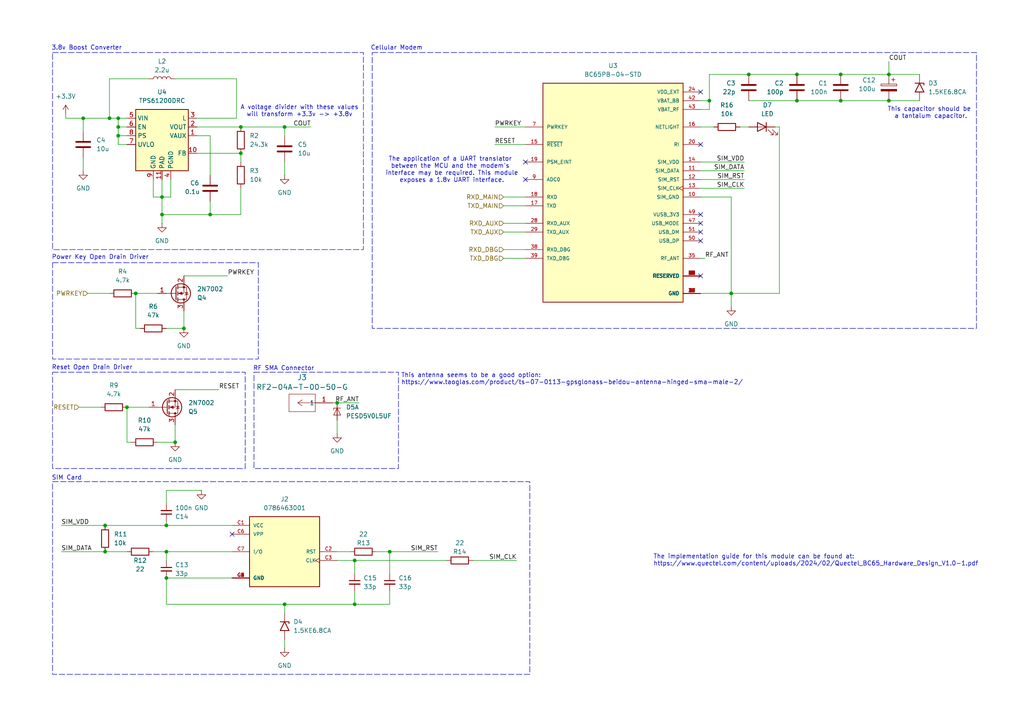
<source format=kicad_sch>
(kicad_sch (version 20250114) (generator "eeschema") (generator_version "9.0")
  (paper "A4")
  (lib_symbols
    (symbol "0786463001:0786463001" (pin_names (offset 1.016))
      (property "Reference" "J" (at -10.16 10.922 0))
      (property "Value" "0786463001" (at -10.16 -12.7 0))
      (symbol "0786463001_0_0"
        (rectangle (start -10.16 -10.16) (end 10.16 10.16) (stroke (width 0.254)) (fill (type background)))
        (pin input line (at -15.24 0 0) (length 5.08) (name "RST") (number "C2"))
        (pin input clock (at -15.24 -2.54 0) (length 5.08) (name "CLK") (number "C3"))
        (pin power_in line (at 15.24 7.62 180) (length 5.08) (name "VCC") (number "C1"))
        (pin power_in line (at 15.24 5.08 180) (length 5.08) (name "VPP") (number "C6"))
        (pin bidirectional line (at 15.24 0 180) (length 5.08) (name "I/O") (number "C7"))
        (pin power_in line (at 15.24 -7.62 180) (length 5.08) (name "GND") (number "C5"))
        (pin power_in line (at 15.24 -7.62 180) (length 5.08) (name "GND") (number "G1"))
        (pin power_in line (at 15.24 -7.62 180) (length 5.08) (name "GND") (number "G2"))
        (pin power_in line (at 15.24 -7.62 180) (length 5.08) (name "GND") (number "G3"))
        (pin power_in line (at 15.24 -7.62 180) (length 5.08) (name "GND") (number "G4"))
        (pin power_in line (at 15.24 -7.62 180) (length 5.08) (name "GND") (number "G5"))
        (pin power_in line (at 15.24 -7.62 180) (length 5.08) (name "GND") (number "G6"))
      )
    )
    (symbol "BC65PB-04-STD:BC65PB-04-STD" (pin_names (offset 1.016))
      (property "Reference" "U" (at -20.32 31.496 0))
      (property "Value" "BC65PB-04-STD" (at -20.32 -35.56 0))
      (symbol "BC65PB-04-STD_0_0"
        (rectangle (start -20.32 -33.02) (end 20.32 30.48) (stroke (width 0.254)) (fill (type background)))
        (pin input line (at -25.4 17.78 0) (length 5.08) (name "PWRKEY") (number "7"))
        (pin input line (at -25.4 12.7 0) (length 5.08) (name "~{RESET}") (number "15"))
        (pin input line (at -25.4 7.62 0) (length 5.08) (name "PSM_EINT") (number "19"))
        (pin input line (at -25.4 2.54 0) (length 5.08) (name "ADC0") (number "9"))
        (pin input line (at -25.4 -2.54 0) (length 5.08) (name "RXD") (number "18"))
        (pin output line (at -25.4 -5.08 0) (length 5.08) (name "TXD") (number "17"))
        (pin input line (at -25.4 -10.16 0) (length 5.08) (name "RXD_AUX") (number "28"))
        (pin output line (at -25.4 -12.7 0) (length 5.08) (name "TXD_AUX") (number "29"))
        (pin input line (at -25.4 -17.78 0) (length 5.08) (name "RXD_DBG") (number "38"))
        (pin output line (at -25.4 -20.32 0) (length 5.08) (name "TXD_DBG") (number "39"))
        (pin power_in line (at 25.4 27.94 180) (length 5.08) (name "VDD_EXT") (number "24"))
        (pin power_in line (at 25.4 25.4 180) (length 5.08) (name "VBAT_BB") (number "42"))
        (pin power_in line (at 25.4 22.86 180) (length 5.08) (name "VBAT_RF") (number "43"))
        (pin output line (at 25.4 17.78 180) (length 5.08) (name "NETLIGHT") (number "16"))
        (pin output line (at 25.4 12.7 180) (length 5.08) (name "RI") (number "20"))
        (pin power_in line (at 25.4 7.62 180) (length 5.08) (name "SIM_VDD") (number "14"))
        (pin bidirectional line (at 25.4 5.08 180) (length 5.08) (name "SIM_DATA") (number "11"))
        (pin output line (at 25.4 2.54 180) (length 5.08) (name "SIM_RST") (number "12"))
        (pin output clock (at 25.4 0 180) (length 5.08) (name "SIM_CLK") (number "13"))
        (pin power_in line (at 25.4 -2.54 180) (length 5.08) (name "SIM_GND") (number "10"))
        (pin power_in line (at 25.4 -7.62 180) (length 5.08) (name "VUSB_3V3") (number "49"))
        (pin input line (at 25.4 -10.16 180) (length 5.08) (name "USB_MODE") (number "47"))
        (pin bidirectional line (at 25.4 -12.7 180) (length 5.08) (name "USB_DM") (number "51"))
        (pin bidirectional line (at 25.4 -15.24 180) (length 5.08) (name "USB_DP") (number "50"))
        (pin bidirectional line (at 25.4 -20.32 180) (length 5.08) (name "RF_ANT") (number "35"))
        (pin bidirectional line (at 25.4 -25.4 180) (length 5.08) (name "RESERVED") (number "2"))
        (pin bidirectional line (at 25.4 -25.4 180) (length 5.08) (name "RESERVED") (number "21"))
        (pin bidirectional line (at 25.4 -25.4 180) (length 5.08) (name "RESERVED") (number "22"))
        (pin bidirectional line (at 25.4 -25.4 180) (length 5.08) (name "RESERVED") (number "23"))
        (pin bidirectional line (at 25.4 -25.4 180) (length 5.08) (name "RESERVED") (number "25"))
        (pin bidirectional line (at 25.4 -25.4 180) (length 5.08) (name "RESERVED") (number "26"))
        (pin bidirectional line (at 25.4 -25.4 180) (length 5.08) (name "RESERVED") (number "3"))
        (pin bidirectional line (at 25.4 -25.4 180) (length 5.08) (name "RESERVED") (number "30"))
        (pin bidirectional line (at 25.4 -25.4 180) (length 5.08) (name "RESERVED") (number "31"))
        (pin bidirectional line (at 25.4 -25.4 180) (length 5.08) (name "RESERVED") (number "32"))
        (pin bidirectional line (at 25.4 -25.4 180) (length 5.08) (name "RESERVED") (number "33"))
        (pin bidirectional line (at 25.4 -25.4 180) (length 5.08) (name "RESERVED") (number "4"))
        (pin bidirectional line (at 25.4 -25.4 180) (length 5.08) (name "RESERVED") (number "44"))
        (pin bidirectional line (at 25.4 -25.4 180) (length 5.08) (name "RESERVED") (number "45"))
        (pin bidirectional line (at 25.4 -25.4 180) (length 5.08) (name "RESERVED") (number "46"))
        (pin bidirectional line (at 25.4 -25.4 180) (length 5.08) (name "RESERVED") (number "48"))
        (pin bidirectional line (at 25.4 -25.4 180) (length 5.08) (name "RESERVED") (number "5"))
        (pin bidirectional line (at 25.4 -25.4 180) (length 5.08) (name "RESERVED") (number "52"))
        (pin bidirectional line (at 25.4 -25.4 180) (length 5.08) (name "RESERVED") (number "53"))
        (pin bidirectional line (at 25.4 -25.4 180) (length 5.08) (name "RESERVED") (number "54"))
        (pin bidirectional line (at 25.4 -25.4 180) (length 5.08) (name "RESERVED") (number "55"))
        (pin bidirectional line (at 25.4 -25.4 180) (length 5.08) (name "RESERVED") (number "56"))
        (pin bidirectional line (at 25.4 -25.4 180) (length 5.08) (name "RESERVED") (number "57"))
        (pin bidirectional line (at 25.4 -25.4 180) (length 5.08) (name "RESERVED") (number "58"))
        (pin bidirectional line (at 25.4 -25.4 180) (length 5.08) (name "RESERVED") (number "6"))
        (pin bidirectional line (at 25.4 -25.4 180) (length 5.08) (name "RESERVED") (number "8"))
        (pin power_in line (at 25.4 -30.48 180) (length 5.08) (name "GND") (number "1"))
        (pin power_in line (at 25.4 -30.48 180) (length 5.08) (name "GND") (number "27"))
        (pin power_in line (at 25.4 -30.48 180) (length 5.08) (name "GND") (number "34"))
        (pin power_in line (at 25.4 -30.48 180) (length 5.08) (name "GND") (number "36"))
        (pin power_in line (at 25.4 -30.48 180) (length 5.08) (name "GND") (number "37"))
        (pin power_in line (at 25.4 -30.48 180) (length 5.08) (name "GND") (number "40"))
        (pin power_in line (at 25.4 -30.48 180) (length 5.08) (name "GND") (number "41"))
      )
    )
    (symbol "Device:C" (pin_numbers (hide yes)) (pin_names (offset 0.254))
      (property "Reference" "C" (at 0.635 2.54 0))
      (property "Value" "C" (at 0.635 -2.54 0))
      (symbol "C_0_1"
        (polyline (pts (xy -2.032 0.762) (xy 2.032 0.762)) (stroke (width 0.508)))
        (polyline (pts (xy -2.032 -0.762) (xy 2.032 -0.762)) (stroke (width 0.508)))
      )
      (symbol "C_1_1"
        (pin passive line (at 0 3.81 270) (length 2.794) (name "~") (number "1"))
        (pin passive line (at 0 -3.81 90) (length 2.794) (name "~") (number "2"))
      )
    )
    (symbol "Device:C_Polarized" (pin_numbers (hide yes)) (pin_names (offset 0.254))
      (property "Reference" "C" (at 0.635 2.54 0))
      (property "Value" "C_Polarized" (at 0.635 -2.54 0))
      (symbol "C_Polarized_0_1"
        (rectangle (start -2.286 0.508) (end 2.286 1.016))
        (polyline (pts (xy -1.778 2.286) (xy -0.762 2.286)))
        (polyline (pts (xy -1.27 2.794) (xy -1.27 1.778)))
        (rectangle (start 2.286 -0.508) (end -2.286 -1.016) (fill (type outline)))
      )
      (symbol "C_Polarized_1_1"
        (pin passive line (at 0 3.81 270) (length 2.794) (name "~") (number "1"))
        (pin passive line (at 0 -3.81 90) (length 2.794) (name "~") (number "2"))
      )
    )
    (symbol "Device:C_Small" (pin_numbers (hide yes)) (pin_names (offset 0.254) (hide yes))
      (property "Reference" "C" (at 0.254 1.778 0))
      (property "Value" "C_Small" (at 0.254 -2.032 0))
      (symbol "C_Small_0_1"
        (polyline (pts (xy -1.524 0.508) (xy 1.524 0.508)) (stroke (width 0.3048)))
        (polyline (pts (xy -1.524 -0.508) (xy 1.524 -0.508)) (stroke (width 0.3302)))
      )
      (symbol "C_Small_1_1"
        (pin passive line (at 0 2.54 270) (length 2.032) (name "~") (number "1"))
        (pin passive line (at 0 -2.54 90) (length 2.032) (name "~") (number "2"))
      )
    )
    (symbol "Device:L" (pin_numbers (hide yes)) (pin_names (offset 1.016) (hide yes))
      (property "Reference" "L" (at -1.27 0 90))
      (property "Value" "L" (at 1.905 0 90))
      (symbol "L_0_1"
        (arc (start 0 2.54) (mid 0.6323 1.905) (end 0 1.27))
        (arc (start 0 1.27) (mid 0.6323 0.635) (end 0 0))
        (arc (start 0 0) (mid 0.6323 -0.635) (end 0 -1.27))
        (arc (start 0 -1.27) (mid 0.6323 -1.905) (end 0 -2.54))
      )
      (symbol "L_1_1"
        (pin passive line (at 0 3.81 270) (length 1.27) (name "1") (number "1"))
        (pin passive line (at 0 -3.81 90) (length 1.27) (name "2") (number "2"))
      )
    )
    (symbol "Device:LED" (pin_numbers (hide yes)) (pin_names (offset 1.016) (hide yes))
      (property "Reference" "D" (at 0 2.54 0))
      (property "Value" "LED" (at 0 -2.54 0))
      (symbol "LED_0_1"
        (polyline (pts (xy -3.048 -0.762) (xy -4.572 -2.286) (xy -3.81 -2.286) (xy -4.572 -2.286) (xy -4.572 -1.524)))
        (polyline (pts (xy -1.778 -0.762) (xy -3.302 -2.286) (xy -2.54 -2.286) (xy -3.302 -2.286) (xy -3.302 -1.524)))
        (polyline (pts (xy -1.27 0) (xy 1.27 0)))
        (polyline (pts (xy -1.27 -1.27) (xy -1.27 1.27)) (stroke (width 0.254)))
        (polyline (pts (xy 1.27 -1.27) (xy 1.27 1.27) (xy -1.27 0) (xy 1.27 -1.27)) (stroke (width 0.254)))
      )
      (symbol "LED_1_1"
        (pin passive line (at -3.81 0 0) (length 2.54) (name "K") (number "1"))
        (pin passive line (at 3.81 0 180) (length 2.54) (name "A") (number "2"))
      )
    )
    (symbol "Device:R" (pin_numbers (hide yes)) (pin_names (offset 0))
      (property "Reference" "R" (at 2.032 0 90))
      (property "Value" "R" (at 0 0 90))
      (symbol "R_0_1"
        (rectangle (start -1.016 -2.54) (end 1.016 2.54) (stroke (width 0.254)))
      )
      (symbol "R_1_1"
        (pin passive line (at 0 3.81 270) (length 1.27) (name "~") (number "1"))
        (pin passive line (at 0 -3.81 90) (length 1.27) (name "~") (number "2"))
      )
    )
    (symbol "Diode:1.5KExxA" (pin_numbers (hide yes)) (pin_names (offset 1.016) (hide yes))
      (property "Reference" "D" (at 0 2.54 0))
      (property "Value" "1.5KExxA" (at 0 -2.54 0))
      (symbol "1.5KExxA_0_1"
        (polyline (pts (xy -0.762 1.27) (xy -1.27 1.27) (xy -1.27 -1.27)) (stroke (width 0.254)))
        (polyline (pts (xy 1.27 1.27) (xy 1.27 -1.27) (xy -1.27 0) (xy 1.27 1.27)) (stroke (width 0.254)))
      )
      (symbol "1.5KExxA_1_1"
        (pin passive line (at -3.81 0 0) (length 2.54) (name "A1") (number "1"))
        (pin passive line (at 3.81 0 180) (length 2.54) (name "A2") (number "2"))
      )
    )
    (symbol "Power_Protection:PESD5V0L5UF" (pin_numbers (hide yes)) (pin_names (hide yes))
      (property "Reference" "D" (at 0 2.54 0))
      (property "Value" "PESD5V0L5UF" (at 0 -2.54 0))
      (symbol "PESD5V0L5UF_0_1"
        (polyline (pts (xy -1.016 1.016) (xy -1.016 -1.016) (xy -0.508 -1.016)))
        (polyline (pts (xy -1.016 0) (xy 1.016 0)))
        (polyline (pts (xy 1.016 1.016) (xy -1.016 0) (xy 1.016 -1.016) (xy 1.016 1.016)))
      )
      (symbol "PESD5V0L5UF_1_1"
        (pin passive line (at -2.54 0 0) (length 2.54) (name "K1") (number "1"))
        (pin passive line (at 2.54 0 180) (length 2.54) (name "A") (number "2"))
      )
      (symbol "PESD5V0L5UF_2_1"
        (pin passive line (at -2.54 0 0) (length 2.54) (name "K2") (number "3"))
      )
      (symbol "PESD5V0L5UF_3_1"
        (pin passive line (at -2.54 0 0) (length 2.54) (name "K3") (number "4"))
      )
      (symbol "PESD5V0L5UF_4_1"
        (pin passive line (at -2.54 0 0) (length 2.54) (name "K4") (number "5"))
      )
      (symbol "PESD5V0L5UF_5_1"
        (pin passive line (at -2.54 0 0) (length 2.54) (name "K5") (number "6"))
      )
    )
    (symbol "RF2-04A-T-00-50-G:RF2-04A-T-00-50-G" (pin_names (offset 0.254))
      (property "Reference" "J" (at 8.89 6.35 0))
      (property "Value" "RF2-04A-T-00-50-G" (at 0 0 0))
      (symbol "RF2-04A-T-00-50-G_1_1"
        (polyline (pts (xy 5.08 2.54) (xy 5.08 -2.54)) (stroke (width 0.127)))
        (polyline (pts (xy 5.08 -2.54) (xy 12.7 -2.54)) (stroke (width 0.127)))
        (polyline (pts (xy 10.16 0) (xy 5.08 0)) (stroke (width 0.127)))
        (polyline (pts (xy 10.16 0) (xy 8.89 0.8467)) (stroke (width 0.127)))
        (polyline (pts (xy 10.16 0) (xy 8.89 -0.8467)) (stroke (width 0.127)))
        (polyline (pts (xy 12.7 2.54) (xy 5.08 2.54)) (stroke (width 0.127)))
        (polyline (pts (xy 12.7 -2.54) (xy 12.7 2.54)) (stroke (width 0.127)))
        (pin unspecified line (at 0 0 0) (length 5.08) (name "1") (number "1"))
      )
      (symbol "RF2-04A-T-00-50-G_1_2"
        (polyline (pts (xy 5.08 2.54) (xy 5.08 -2.54)) (stroke (width 0.127)))
        (polyline (pts (xy 5.08 -2.54) (xy 12.7 -2.54)) (stroke (width 0.127)))
        (polyline (pts (xy 7.62 0) (xy 5.08 0)) (stroke (width 0.127)))
        (polyline (pts (xy 7.62 0) (xy 8.89 0.8467)) (stroke (width 0.127)))
        (polyline (pts (xy 7.62 0) (xy 8.89 -0.8467)) (stroke (width 0.127)))
        (polyline (pts (xy 12.7 2.54) (xy 5.08 2.54)) (stroke (width 0.127)))
        (polyline (pts (xy 12.7 -2.54) (xy 12.7 2.54)) (stroke (width 0.127)))
        (pin unspecified line (at 0 0 0) (length 5.08) (name "1") (number "1"))
      )
    )
    (symbol "Regulator_Switching:TPS61200DRC"
      (property "Reference" "U" (at -10.16 8.89 0))
      (property "Value" "TPS61200DRC" (at -2.54 8.89 0))
      (symbol "TPS61200DRC_0_1"
        (rectangle (start -7.62 7.62) (end 7.62 -10.16) (stroke (width 0.254)) (fill (type background)))
      )
      (symbol "TPS61200DRC_1_1"
        (pin power_in line (at -10.16 5.08 0) (length 2.54) (name "VIN") (number "5"))
        (pin input line (at -10.16 2.54 0) (length 2.54) (name "EN") (number "6"))
        (pin input line (at -10.16 0 0) (length 2.54) (name "PS") (number "8"))
        (pin input line (at -10.16 -2.54 0) (length 2.54) (name "UVLO") (number "7"))
        (pin power_in line (at -2.54 -12.7 90) (length 2.54) (name "GND") (number "9"))
        (pin power_in line (at 0 -12.7 90) (length 2.54) (name "PAD") (number "11"))
        (pin power_in line (at 2.54 -12.7 90) (length 2.54) (name "PGND") (number "4"))
        (pin input line (at 10.16 5.08 180) (length 2.54) (name "L") (number "3"))
        (pin power_out line (at 10.16 2.54 180) (length 2.54) (name "VOUT") (number "2"))
        (pin bidirectional line (at 10.16 0 180) (length 2.54) (name "VAUX") (number "1"))
        (pin input line (at 10.16 -5.08 180) (length 2.54) (name "FB") (number "10"))
      )
    )
    (symbol "Transistor_FET:2N7002" (pin_names (hide yes))
      (property "Reference" "Q" (at 5.08 1.905 0))
      (property "Value" "2N7002" (at 5.08 0 0))
      (symbol "2N7002_0_1"
        (polyline (pts (xy 0.254 1.905) (xy 0.254 -1.905)) (stroke (width 0.254)))
        (polyline (pts (xy 0.254 0) (xy -2.54 0)))
        (polyline (pts (xy 0.762 2.286) (xy 0.762 1.27)) (stroke (width 0.254)))
        (polyline (pts (xy 0.762 0.508) (xy 0.762 -0.508)) (stroke (width 0.254)))
        (polyline (pts (xy 0.762 -1.27) (xy 0.762 -2.286)) (stroke (width 0.254)))
        (polyline (pts (xy 0.762 -1.778) (xy 3.302 -1.778) (xy 3.302 1.778) (xy 0.762 1.778)))
        (polyline (pts (xy 1.016 0) (xy 2.032 0.381) (xy 2.032 -0.381) (xy 1.016 0)) (fill (type outline)))
        (circle (center 1.651 0) (radius 2.794) (stroke (width 0.254)))
        (polyline (pts (xy 2.54 2.54) (xy 2.54 1.778)))
        (circle (center 2.54 1.778) (radius 0.254) (fill (type outline)))
        (circle (center 2.54 -1.778) (radius 0.254) (fill (type outline)))
        (polyline (pts (xy 2.54 -2.54) (xy 2.54 0) (xy 0.762 0)))
        (polyline (pts (xy 2.794 0.508) (xy 2.921 0.381) (xy 3.683 0.381) (xy 3.81 0.254)))
        (polyline (pts (xy 3.302 0.381) (xy 2.921 -0.254) (xy 3.683 -0.254) (xy 3.302 0.381)))
      )
      (symbol "2N7002_1_1"
        (pin input line (at -5.08 0 0) (length 2.54) (name "G") (number "1"))
        (pin passive line (at 2.54 5.08 270) (length 2.54) (name "D") (number "3"))
        (pin passive line (at 2.54 -5.08 90) (length 2.54) (name "S") (number "2"))
      )
    )
    (symbol "power:+3.3V" (power) (pin_numbers (hide yes)) (pin_names (offset 0) (hide yes))
      (property "Value" "+3.3V" (at 0 3.556 0))
      (symbol "+3.3V_0_1"
        (polyline (pts (xy -0.762 1.27) (xy 0 2.54)))
        (polyline (pts (xy 0 2.54) (xy 0.762 1.27)))
        (polyline (pts (xy 0 0) (xy 0 2.54)))
      )
      (symbol "+3.3V_1_1"
        (pin power_in line (at 0 0 90) (length 0) (name "~") (number "1"))
      )
    )
    (symbol "power:GND" (power) (pin_numbers (hide yes)) (pin_names (offset 0) (hide yes))
      (property "Value" "GND" (at 0 -3.81 0))
      (symbol "GND_0_1"
        (polyline (pts (xy 0 0) (xy 0 -1.27) (xy 1.27 -1.27) (xy 0 -2.54) (xy -1.27 -1.27) (xy 0 -1.27)))
      )
      (symbol "GND_1_1"
        (pin power_in line (at 0 0 270) (length 0) (name "~") (number "1"))
      )
    )
  )
  (rectangle (start 15.24 15.24) (end 105.41 72.39) (stroke (width 0) (type dash)))
  (rectangle (start 15.24 139.7) (end 153.67 195.58) (stroke (width 0) (type dash)))
  (rectangle (start 15.24 76.2) (end 74.93 104.14) (stroke (width 0) (type dash)))
  (rectangle (start 107.95 15.24) (end 283.21 95.25) (stroke (width 0) (type dash)))
  (rectangle (start 15.24 107.95) (end 71.12 135.89) (stroke (width 0) (type dash)))
  (rectangle (start 73.66 107.95) (end 115.57 135.89) (stroke (width 0) (type dash)))
  (text "This capacitor should be \na tantalum capacitor." (at 270.002 32.766 0) (effects (font (size 1.27 1.27))))
  (text "Cellular Modem" (at 115.062 13.97 0) (effects (font (size 1.27 1.27))))
  (text "A voltage divider with these values\nwill transform +3.3v -> +3.8v" (at 86.868 32.258 0) (effects (font (size 1.27 1.27))))
  (text "Power Key Open Drain Driver" (at 14.986 74.676 0) (effects (font (size 1.27 1.27)) (justify left)))
  (text "3.8v Boost Converter" (at 25.146 13.97 0) (effects (font (size 1.27 1.27))))
  (text "RF SMA Connector" (at 82.296 106.934 0) (effects (font (size 1.27 1.27))))
  (text "The implementation guide for this module can be found at:\nhttps://www.quectel.com/content/uploads/2024/02/Quectel_BC65_Hardware_Design_V1.0-1.pdf" (at 189.484 162.56 0) (effects (font (size 1.27 1.27)) (justify left)))
  (text "SIM Card" (at 14.986 138.684 0) (effects (font (size 1.27 1.27)) (justify left)))
  (text "This antenna seems to be a good option:\nhttps://www.taoglas.com/product/ts-07-0113-gpsglonass-beidou-antenna-hinged-sma-male-2/" (at 116.332 109.982 0) (effects (font (size 1.27 1.27)) (justify left)))
  (text "Reset Open Drain Driver" (at 14.986 106.68 0) (effects (font (size 1.27 1.27)) (justify left)))
  (text "The application of a UART translator \nbetween the MCU and the modem's \ninterface may be required. This module\nexposes a 1.8v UART interface." (at 131.064 49.276 0) (effects (font (size 1.27 1.27))))
  (junction (at 50.8 128.27))
  (junction (at 60.96 62.23))
  (junction (at 48.26 160.02))
  (junction (at 34.29 39.37))
  (junction (at 36.83 118.11))
  (junction (at 48.26 167.64))
  (junction (at 243.84 21.59))
  (junction (at 243.84 29.21))
  (junction (at 34.29 34.29))
  (junction (at 82.55 36.83))
  (junction (at 30.48 152.4))
  (junction (at 69.85 36.83))
  (junction (at 113.03 160.02))
  (junction (at 31.75 34.29))
  (junction (at 30.48 160.02))
  (junction (at 217.17 21.59))
  (junction (at 102.87 162.56))
  (junction (at 82.55 175.26))
  (junction (at 39.37 85.09))
  (junction (at 257.81 21.59))
  (junction (at 97.79 116.84))
  (junction (at 69.85 44.45))
  (junction (at 231.14 21.59))
  (junction (at 34.29 36.83))
  (junction (at 212.09 85.09))
  (junction (at 257.81 29.21))
  (junction (at 46.99 57.15))
  (junction (at 205.74 29.21))
  (junction (at 24.13 34.29))
  (junction (at 48.26 152.4))
  (junction (at 102.87 175.26))
  (junction (at 231.14 29.21))
  (junction (at 46.99 62.23))
  (junction (at 53.34 95.25))
  (no_connect (at 203.2 62.23))
  (no_connect (at 203.2 80.01))
  (no_connect (at 203.2 69.85))
  (no_connect (at 203.2 64.77))
  (no_connect (at 67.31 154.94))
  (no_connect (at 203.2 67.31))
  (no_connect (at 203.2 41.91))
  (no_connect (at 152.4 52.07))
  (no_connect (at 203.2 26.67))
  (no_connect (at 152.4 46.99))
  (wire (pts (xy 69.85 62.23) (xy 60.96 62.23)))
  (wire (pts (xy 48.26 167.64) (xy 67.31 167.64)))
  (wire (pts (xy 44.45 52.07) (xy 44.45 57.15)))
  (wire (pts (xy 203.2 54.61) (xy 215.9 54.61)))
  (wire (pts (xy 50.8 123.19) (xy 50.8 128.27)))
  (wire (pts (xy 102.87 175.26) (xy 82.55 175.26)))
  (wire (pts (xy 203.2 29.21) (xy 205.74 29.21)))
  (wire (pts (xy 146.05 67.31) (xy 152.4 67.31)))
  (wire (pts (xy 22.86 118.11) (xy 29.21 118.11)))
  (wire (pts (xy 46.99 64.77) (xy 46.99 62.23)))
  (wire (pts (xy 96.52 116.84) (xy 97.79 116.84)))
  (wire (pts (xy 60.96 58.42) (xy 60.96 62.23)))
  (wire (pts (xy 48.26 175.26) (xy 82.55 175.26)))
  (wire (pts (xy 31.75 34.29) (xy 34.29 34.29)))
  (wire (pts (xy 231.14 29.21) (xy 217.17 29.21)))
  (wire (pts (xy 48.26 95.25) (xy 53.34 95.25)))
  (wire (pts (xy 48.26 146.05) (xy 48.26 142.24)))
  (wire (pts (xy 82.55 36.83) (xy 82.55 39.37)))
  (wire (pts (xy 36.83 118.11) (xy 43.18 118.11)))
  (wire (pts (xy 82.55 177.8) (xy 82.55 175.26)))
  (wire (pts (xy 68.58 22.86) (xy 68.58 34.29)))
  (wire (pts (xy 203.2 52.07) (xy 215.9 52.07)))
  (wire (pts (xy 49.53 57.15) (xy 46.99 57.15)))
  (wire (pts (xy 68.58 34.29) (xy 57.15 34.29)))
  (wire (pts (xy 53.34 80.01) (xy 66.04 80.01)))
  (wire (pts (xy 143.51 36.83) (xy 152.4 36.83)))
  (wire (pts (xy 50.8 113.03) (xy 63.5 113.03)))
  (wire (pts (xy 226.06 36.83) (xy 226.06 85.09)))
  (wire (pts (xy 44.45 160.02) (xy 48.26 160.02)))
  (wire (pts (xy 146.05 59.69) (xy 152.4 59.69)))
  (wire (pts (xy 243.84 29.21) (xy 231.14 29.21)))
  (wire (pts (xy 36.83 39.37) (xy 34.29 39.37)))
  (wire (pts (xy 113.03 175.26) (xy 102.87 175.26)))
  (wire (pts (xy 231.14 21.59) (xy 217.17 21.59)))
  (wire (pts (xy 34.29 41.91) (xy 34.29 39.37)))
  (wire (pts (xy 205.74 31.75) (xy 203.2 31.75)))
  (wire (pts (xy 30.48 160.02) (xy 36.83 160.02)))
  (wire (pts (xy 24.13 34.29) (xy 31.75 34.29)))
  (wire (pts (xy 17.78 160.02) (xy 30.48 160.02)))
  (wire (pts (xy 24.13 34.29) (xy 24.13 38.1)))
  (wire (pts (xy 113.03 160.02) (xy 113.03 166.37)))
  (wire (pts (xy 48.26 142.24) (xy 58.42 142.24)))
  (wire (pts (xy 266.7 29.21) (xy 257.81 29.21)))
  (wire (pts (xy 257.81 29.21) (xy 243.84 29.21)))
  (wire (pts (xy 214.63 36.83) (xy 217.17 36.83)))
  (wire (pts (xy 102.87 162.56) (xy 129.54 162.56)))
  (wire (pts (xy 82.55 36.83) (xy 90.17 36.83)))
  (wire (pts (xy 69.85 36.83) (xy 82.55 36.83)))
  (wire (pts (xy 46.99 52.07) (xy 46.99 57.15)))
  (wire (pts (xy 224.79 36.83) (xy 226.06 36.83)))
  (wire (pts (xy 48.26 167.64) (xy 48.26 175.26)))
  (wire (pts (xy 97.79 162.56) (xy 102.87 162.56)))
  (wire (pts (xy 113.03 160.02) (xy 127 160.02)))
  (wire (pts (xy 25.4 85.09) (xy 31.75 85.09)))
  (wire (pts (xy 39.37 95.25) (xy 40.64 95.25)))
  (wire (pts (xy 46.99 62.23) (xy 46.99 57.15)))
  (wire (pts (xy 30.48 152.4) (xy 48.26 152.4)))
  (wire (pts (xy 97.79 116.84) (xy 104.14 116.84)))
  (wire (pts (xy 36.83 128.27) (xy 38.1 128.27)))
  (wire (pts (xy 48.26 151.13) (xy 48.26 152.4)))
  (wire (pts (xy 36.83 118.11) (xy 36.83 128.27)))
  (wire (pts (xy 137.16 162.56) (xy 149.86 162.56)))
  (wire (pts (xy 146.05 57.15) (xy 152.4 57.15)))
  (wire (pts (xy 203.2 49.53) (xy 215.9 49.53)))
  (wire (pts (xy 48.26 160.02) (xy 67.31 160.02)))
  (wire (pts (xy 203.2 74.93) (xy 204.47 74.93)))
  (wire (pts (xy 102.87 166.37) (xy 102.87 162.56)))
  (wire (pts (xy 48.26 160.02) (xy 48.26 162.56)))
  (wire (pts (xy 17.78 152.4) (xy 30.48 152.4)))
  (wire (pts (xy 203.2 46.99) (xy 215.9 46.99)))
  (wire (pts (xy 143.51 41.91) (xy 152.4 41.91)))
  (wire (pts (xy 226.06 85.09) (xy 212.09 85.09)))
  (wire (pts (xy 69.85 54.61) (xy 69.85 62.23)))
  (wire (pts (xy 44.45 57.15) (xy 46.99 57.15)))
  (wire (pts (xy 257.81 17.78) (xy 257.81 21.59)))
  (wire (pts (xy 205.74 21.59) (xy 217.17 21.59)))
  (wire (pts (xy 243.84 21.59) (xy 231.14 21.59)))
  (wire (pts (xy 19.05 34.29) (xy 24.13 34.29)))
  (wire (pts (xy 39.37 85.09) (xy 39.37 95.25)))
  (wire (pts (xy 97.79 160.02) (xy 101.6 160.02)))
  (wire (pts (xy 212.09 57.15) (xy 212.09 85.09)))
  (wire (pts (xy 203.2 57.15) (xy 212.09 57.15)))
  (wire (pts (xy 60.96 39.37) (xy 60.96 50.8)))
  (wire (pts (xy 36.83 36.83) (xy 34.29 36.83)))
  (wire (pts (xy 57.15 44.45) (xy 69.85 44.45)))
  (wire (pts (xy 212.09 85.09) (xy 212.09 88.9)))
  (wire (pts (xy 102.87 171.45) (xy 102.87 175.26)))
  (wire (pts (xy 39.37 85.09) (xy 45.72 85.09)))
  (wire (pts (xy 82.55 46.99) (xy 82.55 50.8)))
  (wire (pts (xy 69.85 44.45) (xy 69.85 46.99)))
  (wire (pts (xy 146.05 72.39) (xy 152.4 72.39)))
  (wire (pts (xy 46.99 62.23) (xy 60.96 62.23)))
  (wire (pts (xy 257.81 21.59) (xy 243.84 21.59)))
  (wire (pts (xy 205.74 21.59) (xy 205.74 29.21)))
  (wire (pts (xy 146.05 64.77) (xy 152.4 64.77)))
  (wire (pts (xy 57.15 36.83) (xy 69.85 36.83)))
  (wire (pts (xy 49.53 52.07) (xy 49.53 57.15)))
  (wire (pts (xy 48.26 152.4) (xy 67.31 152.4)))
  (wire (pts (xy 31.75 34.29) (xy 31.75 22.86)))
  (wire (pts (xy 205.74 29.21) (xy 205.74 31.75)))
  (wire (pts (xy 212.09 85.09) (xy 203.2 85.09)))
  (wire (pts (xy 34.29 34.29) (xy 36.83 34.29)))
  (wire (pts (xy 203.2 36.83) (xy 207.01 36.83)))
  (wire (pts (xy 34.29 39.37) (xy 34.29 36.83)))
  (wire (pts (xy 24.13 45.72) (xy 24.13 49.53)))
  (wire (pts (xy 113.03 171.45) (xy 113.03 175.26)))
  (wire (pts (xy 31.75 22.86) (xy 43.18 22.86)))
  (wire (pts (xy 266.7 21.59) (xy 257.81 21.59)))
  (wire (pts (xy 36.83 41.91) (xy 34.29 41.91)))
  (wire (pts (xy 45.72 128.27) (xy 50.8 128.27)))
  (wire (pts (xy 53.34 90.17) (xy 53.34 95.25)))
  (wire (pts (xy 34.29 36.83) (xy 34.29 34.29)))
  (wire (pts (xy 57.15 39.37) (xy 60.96 39.37)))
  (wire (pts (xy 109.22 160.02) (xy 113.03 160.02)))
  (wire (pts (xy 50.8 22.86) (xy 68.58 22.86)))
  (wire (pts (xy 19.05 33.02) (xy 19.05 34.29)))
  (wire (pts (xy 97.79 121.92) (xy 97.79 125.73)))
  (wire (pts (xy 146.05 74.93) (xy 152.4 74.93)))
  (wire (pts (xy 82.55 187.96) (xy 82.55 185.42)))
  (label "COUT" (at 90.17 36.83 180))
  (label "SIM_CLK" (at 149.86 162.56 180))
  (label "SIM_DATA" (at 215.9 49.53 180))
  (label "COUT" (at 257.81 17.78 0))
  (label "RESET" (at 143.51 41.91 0))
  (label "SIM_CLK" (at 215.9 54.61 180))
  (label "SIM_VDD" (at 215.9 46.99 180))
  (label "PWRKEY" (at 66.04 80.01 0))
  (label "RESET" (at 63.5 113.03 0))
  (label "RF_ANT" (at 104.14 116.84 180))
  (label "SIM_VDD" (at 17.78 152.4 0))
  (label "RF_ANT" (at 204.47 74.93 0))
  (label "SIM_RST" (at 215.9 52.07 180))
  (label "SIM_RST" (at 127 160.02 180))
  (label "PWRKEY" (at 143.51 36.83 0))
  (label "SIM_DATA" (at 17.78 160.02 0))
  (hierarchical_label "TXD_MAIN" (shape input) (at 146.05 59.69 180))
  (hierarchical_label "TXD_AUX" (shape input) (at 146.05 67.31 180))
  (hierarchical_label "RXD_DBG" (shape input) (at 146.05 72.39 180))
  (hierarchical_label "PWRKEY" (shape input) (at 25.4 85.09 180))
  (hierarchical_label "RXD_MAIN" (shape input) (at 146.05 57.15 180))
  (hierarchical_label "TXD_DBG" (shape input) (at 146.05 74.93 180))
  (hierarchical_label "RESET" (shape input) (at 22.86 118.11 180))
  (hierarchical_label "RXD_AUX" (shape input) (at 146.05 64.77 180))
  (symbol (lib_id "Device:R") (at 33.02 118.11 90) (unit 1)
    (property "Reference" "R9" (at 33.02 111.76 90))
    (property "Value" "4.7k" (at 33.02 114.3 90))
    (property "Description" "Resistor" (effects (hide yes)))
  )
  (symbol (lib_id "Device:L") (at 46.99 22.86 90) (unit 1)
    (property "Reference" "L2" (at 46.99 17.78 90))
    (property "Value" "2.2u" (at 46.99 20.32 90))
    (property "Description" "Inductor" (effects (hide yes)))
  )
  (symbol (lib_id "Diode:1.5KExxA") (at 82.55 181.61 270) (unit 1)
    (property "Reference" "D4" (at 85.09 180.3399 90) (effects (justify left)))
    (property "Value" "1.5KE6.8CA" (at 85.09 182.8799 90) (effects (justify left)))
    (property "Footprint" "Diode_THT:D_DO-201AE_P15.24mm_Horizontal" (effects (hide yes)))
    (property "Datasheet" "https://www.vishay.com/docs/88301/15ke.pdf" (effects (hide yes)))
    (property "Description" "1500W unidirectional TVS diode, DO-201AE" (effects (hide yes)))
  )
  (symbol (lib_id "Device:LED") (at 220.98 36.83 0) (mirror y) (unit 1)
    (property "Reference" "D7" (at 222.5675 30.48 0))
    (property "Value" "LED" (at 222.5675 33.02 0))
    (property "Description" "Light emitting diode" (effects (hide yes)))
    (property "Sim.Pins" "1=K 2=A" (effects (hide yes)))
  )
  (symbol (lib_id "Diode:1.5KExxA") (at 266.7 25.4 270) (unit 1)
    (property "Reference" "D3" (at 269.24 24.1299 90) (effects (justify left)))
    (property "Value" "1.5KE6.8CA" (at 269.24 26.6699 90) (effects (justify left)))
    (property "Footprint" "Diode_THT:D_DO-201AE_P15.24mm_Horizontal" (effects (hide yes)))
    (property "Datasheet" "https://www.vishay.com/docs/88301/15ke.pdf" (effects (hide yes)))
    (property "Description" "1500W unidirectional TVS diode, DO-201AE" (effects (hide yes)))
  )
  (symbol (lib_id "Device:R") (at 133.35 162.56 90) (mirror x) (unit 1)
    (property "Reference" "R14" (at 133.35 160.02 90))
    (property "Value" "22" (at 133.35 157.48 90))
    (property "Description" "Resistor" (effects (hide yes)))
  )
  (symbol (lib_id "power:GND") (at 82.55 50.8 0) (unit 1)
    (property "Reference" "#PWR012" (effects (hide yes)))
    (property "Value" "GND" (at 82.55 55.88 0))
    (property "Description" "Power symbol creates a global label with name \"GND\" , ground" (effects (hide yes)))
  )
  (symbol (lib_id "BC65PB-04-STD:BC65PB-04-STD") (at 177.8 54.61 0) (unit 1)
    (property "Reference" "U3" (at 177.8 19.05 0))
    (property "Value" "BC65PB-04-STD" (at 177.8 21.59 0))
    (property "Footprint" "BC65PB-04-STD:XCVR_BC65PB-04-STD" (effects (hide yes)))
    (property "MF" "Quectel" (effects (hide yes)))
    (property "Purchase-URL" "https://pricing.snapeda.com/search/part/BC65PB-04-STD/?ref=eda" (effects (hide yes)))
    (property "Package" "NON STANDARD-58 Quectel" (effects (hide yes)))
    (property "Price" "None" (effects (hide yes)))
    (property "Check_prices" "https://www.snapeda.com/parts/BC65PB-04-STD/Quectel/view-part/?ref=eda" (effects (hide yes)))
    (property "SnapEDA_Link" "https://www.snapeda.com/parts/BC65PB-04-STD/Quectel/view-part/?ref=snap" (effects (hide yes)))
    (property "MP" "BC65PB-04-STD" (effects (hide yes)))
    (property "Availability" "In Stock" (effects (hide yes)))
    (property "Description_1" "Compact NB-IoT Module with Ultra-low Power Consumption" (effects (hide yes)))
  )
  (symbol (lib_id "Device:C_Small") (at 102.87 168.91 0) (unit 1)
    (property "Reference" "C15" (at 105.41 167.6462 0) (effects (justify left)))
    (property "Value" "33p" (at 105.41 170.1862 0) (effects (justify left)))
    (property "Description" "Unpolarized capacitor, small symbol" (effects (hide yes)))
  )
  (symbol (lib_id "Power_Protection:PESD5V0L5UF") (at 97.79 119.38 270) (unit 1)
    (property "Reference" "D5" (at 100.33 118.1099 90) (effects (justify left)))
    (property "Value" "PESD5V0L5UF" (at 100.33 120.6499 90) (effects (justify left)))
    (property "Footprint" "Package_TO_SOT_SMD:SOT-886" (effects (hide yes)))
    (property "Datasheet" "https://assets.nexperia.com/documents/data-sheet/PESDXL5UF_V_Y.pdf" (effects (hide yes)))
    (property "Description" "Low capacitance unidirectional fivefold ESD protection diode array, 5.0V, Common Anode, SOT-886" (effects (hide yes)))
  )
  (symbol (lib_id "Device:C_Polarized") (at 257.81 25.4 0) (mirror y) (unit 1)
    (property "Reference" "C12" (at 254 23.2409 0) (effects (justify left)))
    (property "Value" "100u" (at 254 25.7809 0) (effects (justify left)))
    (property "Description" "Polarized capacitor" (effects (hide yes)))
  )
  (symbol (lib_id "Device:R") (at 69.85 50.8 0) (unit 1)
    (property "Reference" "R3" (at 72.39 49.5299 0) (effects (justify left)))
    (property "Value" "10k" (at 72.39 52.0699 0) (effects (justify left)))
    (property "Description" "Resistor" (effects (hide yes)))
  )
  (symbol (lib_id "power:GND") (at 53.34 95.25 0) (unit 1)
    (property "Reference" "#PWR013" (effects (hide yes)))
    (property "Value" "GND" (at 53.34 100.33 0))
    (property "Description" "Power symbol creates a global label with name \"GND\" , ground" (effects (hide yes)))
  )
  (symbol (lib_id "power:GND") (at 46.99 64.77 0) (unit 1)
    (property "Reference" "#PWR07" (effects (hide yes)))
    (property "Value" "GND" (at 46.99 69.85 0))
    (property "Description" "Power symbol creates a global label with name \"GND\" , ground" (effects (hide yes)))
  )
  (symbol (lib_id "Transistor_FET:2N7002") (at 50.8 85.09 0) (mirror x) (unit 1)
    (property "Reference" "Q4" (at 57.15 86.3601 0) (effects (justify left)))
    (property "Value" "2N7002" (at 57.15 83.8201 0) (effects (justify left)))
    (property "Footprint" "Package_TO_SOT_SMD:SOT-23" (effects (hide yes)))
    (property "Datasheet" "https://www.onsemi.com/pub/Collateral/NDS7002A-D.PDF" (effects (hide yes)))
    (property "Description" "0.115A Id, 60V Vds, N-Channel MOSFET, SOT-23" (effects (hide yes)))
  )
  (symbol (lib_id "Device:C_Small") (at 48.26 165.1 0) (unit 1)
    (property "Reference" "C13" (at 50.8 163.8362 0) (effects (justify left)))
    (property "Value" "33p" (at 50.8 166.3762 0) (effects (justify left)))
    (property "Description" "Unpolarized capacitor, small symbol" (effects (hide yes)))
  )
  (symbol (lib_id "Device:C") (at 82.55 43.18 0) (unit 1)
    (property "Reference" "C5" (at 86.36 41.9099 0) (effects (justify left)))
    (property "Value" "10u" (at 86.36 44.4499 0) (effects (justify left)))
    (property "Description" "Unpolarized capacitor" (effects (hide yes)))
  )
  (symbol (lib_id "Device:R") (at 35.56 85.09 90) (unit 1)
    (property "Reference" "R4" (at 35.56 78.74 90))
    (property "Value" "4.7k" (at 35.56 81.28 90))
    (property "Description" "Resistor" (effects (hide yes)))
  )
  (symbol (lib_id "Device:R") (at 30.48 156.21 0) (unit 1)
    (property "Reference" "R11" (at 33.02 154.9399 0) (effects (justify left)))
    (property "Value" "10k" (at 33.02 157.4799 0) (effects (justify left)))
    (property "Description" "Resistor" (effects (hide yes)))
  )
  (symbol (lib_id "Device:R") (at 210.82 36.83 90) (mirror x) (unit 1)
    (property "Reference" "R16" (at 210.82 30.48 90))
    (property "Value" "10k" (at 210.82 33.02 90))
    (property "Description" "Resistor" (effects (hide yes)))
  )
  (symbol (lib_id "Device:R") (at 41.91 128.27 90) (unit 1)
    (property "Reference" "R10" (at 41.91 121.92 90))
    (property "Value" "47k" (at 41.91 124.46 90))
    (property "Description" "Resistor" (effects (hide yes)))
  )
  (symbol (lib_id "power:GND") (at 97.79 125.73 0) (unit 1)
    (property "Reference" "#PWR018" (effects (hide yes)))
    (property "Value" "GND" (at 97.79 130.81 0))
    (property "Description" "Power symbol creates a global label with name \"GND\" , ground" (effects (hide yes)))
  )
  (symbol (lib_id "Regulator_Switching:TPS61200DRC") (at 46.99 39.37 0) (unit 1)
    (property "Reference" "U4" (at 46.99 26.67 0))
    (property "Value" "TPS61200DRC" (at 46.99 29.21 0))
    (property "Footprint" "Package_SON:Texas_S-PVSON-N10_ThermalVias" (effects (hide yes)))
    (property "Datasheet" "http://www.ti.com/lit/ds/symlink/tps61200.pdf" (effects (hide yes)))
    (property "Description" "Low Input Voltage Synchronous Boost Converter With 1.3A Switches, Adjustable Output Voltage, 0.3-5.5V Input Voltage, VSON-10" (effects (hide yes)))
  )
  (symbol (lib_id "RF2-04A-T-00-50-G:RF2-04A-T-00-50-G") (at 96.52 116.84 180) (unit 1)
    (property "Reference" "J3" (at 87.63 109.474 0) (effects (font (size 1.524 1.524))))
    (property "Value" "RF2-04A-T-00-50-G" (at 87.63 112.268 0) (effects (font (size 1.524 1.524))))
    (property "Footprint" "CONN_RF2-04A-T-00-50-G_ADM" (effects (hide yes)))
    (property "Datasheet" "RF2-04A-T-00-50-G" (effects (hide yes)))
  )
  (symbol (lib_id "power:+3.3V") (at 19.05 33.02 0) (unit 1)
    (property "Reference" "#PWR05" (effects (hide yes)))
    (property "Value" "+3.3V" (at 19.05 27.94 0))
    (property "Description" "Power symbol creates a global label with name \"+3.3V\"" (effects (hide yes)))
  )
  (symbol (lib_id "power:GND") (at 82.55 187.96 0) (unit 1)
    (property "Reference" "#PWR015" (effects (hide yes)))
    (property "Value" "GND" (at 82.55 193.04 0))
    (property "Description" "Power symbol creates a global label with name \"GND\" , ground" (effects (hide yes)))
  )
  (symbol (lib_id "Transistor_FET:2N7002") (at 48.26 118.11 0) (mirror x) (unit 1)
    (property "Reference" "Q5" (at 54.61 119.3801 0) (effects (justify left)))
    (property "Value" "2N7002" (at 54.61 116.8401 0) (effects (justify left)))
    (property "Footprint" "Package_TO_SOT_SMD:SOT-23" (effects (hide yes)))
    (property "Datasheet" "https://www.onsemi.com/pub/Collateral/NDS7002A-D.PDF" (effects (hide yes)))
    (property "Description" "0.115A Id, 60V Vds, N-Channel MOSFET, SOT-23" (effects (hide yes)))
  )
  (symbol (lib_id "Device:C_Small") (at 48.26 148.59 0) (mirror x) (unit 1)
    (property "Reference" "C14" (at 50.8 149.8538 0) (effects (justify left)))
    (property "Value" "100n" (at 50.8 147.3138 0) (effects (justify left)))
    (property "Description" "Unpolarized capacitor, small symbol" (effects (hide yes)))
  )
  (symbol (lib_id "Device:R") (at 44.45 95.25 90) (unit 1)
    (property "Reference" "R6" (at 44.45 88.9 90))
    (property "Value" "47k" (at 44.45 91.44 90))
    (property "Description" "Resistor" (effects (hide yes)))
  )
  (symbol (lib_id "Device:R") (at 105.41 160.02 90) (mirror x) (unit 1)
    (property "Reference" "R13" (at 105.41 157.48 90))
    (property "Value" "22" (at 105.41 154.94 90))
    (property "Description" "Resistor" (effects (hide yes)))
  )
  (symbol (lib_id "power:GND") (at 50.8 128.27 0) (unit 1)
    (property "Reference" "#PWR014" (effects (hide yes)))
    (property "Value" "GND" (at 50.8 133.35 0))
    (property "Description" "Power symbol creates a global label with name \"GND\" , ground" (effects (hide yes)))
  )
  (symbol (lib_id "Device:C") (at 243.84 25.4 0) (mirror y) (unit 1)
    (property "Reference" "C1" (at 240.03 24.1299 0) (effects (justify left)))
    (property "Value" "100n" (at 240.03 26.6699 0) (effects (justify left)))
    (property "Description" "Unpolarized capacitor" (effects (hide yes)))
  )
  (symbol (lib_id "Device:C") (at 217.17 25.4 0) (mirror y) (unit 1)
    (property "Reference" "C3" (at 213.36 24.1299 0) (effects (justify left)))
    (property "Value" "22p" (at 213.36 26.6699 0) (effects (justify left)))
    (property "Description" "Unpolarized capacitor" (effects (hide yes)))
  )
  (symbol (lib_id "power:GND") (at 212.09 88.9 0) (unit 1)
    (property "Reference" "#PWR03" (effects (hide yes)))
    (property "Value" "GND" (at 212.09 93.98 0))
    (property "Description" "Power symbol creates a global label with name \"GND\" , ground" (effects (hide yes)))
  )
  (symbol (lib_id "Device:C") (at 231.14 25.4 0) (mirror y) (unit 1)
    (property "Reference" "C2" (at 227.33 24.1299 0) (effects (justify left)))
    (property "Value" "100p" (at 227.33 26.6699 0) (effects (justify left)))
    (property "Description" "Unpolarized capacitor" (effects (hide yes)))
  )
  (symbol (lib_id "Device:C_Small") (at 113.03 168.91 0) (unit 1)
    (property "Reference" "C16" (at 115.57 167.6462 0) (effects (justify left)))
    (property "Value" "33p" (at 115.57 170.1862 0) (effects (justify left)))
    (property "Description" "Unpolarized capacitor, small symbol" (effects (hide yes)))
  )
  (symbol (lib_id "Device:R") (at 69.85 40.64 0) (unit 1)
    (property "Reference" "R2" (at 72.39 39.3699 0) (effects (justify left)))
    (property "Value" "24.3k" (at 72.39 41.9099 0) (effects (justify left)))
    (property "Description" "Resistor" (effects (hide yes)))
  )
  (symbol (lib_id "Device:C") (at 24.13 41.91 0) (unit 1)
    (property "Reference" "C4" (at 27.94 40.6399 0) (effects (justify left)))
    (property "Value" "10u" (at 27.94 43.1799 0) (effects (justify left)))
    (property "Description" "Unpolarized capacitor" (effects (hide yes)))
  )
  (symbol (lib_id "power:GND") (at 58.42 142.24 0) (unit 1)
    (property "Reference" "#PWR016" (effects (hide yes)))
    (property "Value" "GND" (at 58.42 147.32 0))
    (property "Description" "Power symbol creates a global label with name \"GND\" , ground" (effects (hide yes)))
  )
  (symbol (lib_id "Device:R") (at 40.64 160.02 270) (mirror x) (unit 1)
    (property "Reference" "R12" (at 40.64 162.56 90))
    (property "Value" "22" (at 40.64 165.1 90))
    (property "Description" "Resistor" (effects (hide yes)))
  )
  (symbol (lib_id "Device:C") (at 60.96 54.61 0) (unit 1)
    (property "Reference" "C6" (at 55.118 53.086 0) (effects (justify left)))
    (property "Value" "0.1u" (at 53.594 55.626 0) (effects (justify left)))
    (property "Description" "Unpolarized capacitor" (effects (hide yes)))
  )
  (symbol (lib_id "0786463001:0786463001") (at 82.55 160.02 0) (mirror y) (unit 1)
    (property "Reference" "J2" (at 82.55 144.78 0))
    (property "Value" "0786463001" (at 82.55 147.32 0))
    (property "Footprint" "0786463001:MOLEX_0786463001" (effects (hide yes)))
    (property "MF" "Molex" (effects (hide yes)))
    (property "MAXIMUM_PACKAGE_HEIGHT" "1.55 mm" (effects (hide yes)))
    (property "Package" "None" (effects (hide yes)))
    (property "Price" "None" (effects (hide yes)))
    (property "Check_prices" "https://www.snapeda.com/parts/0786463001/Molex/view-part/?ref=eda" (effects (hide yes)))
    (property "STANDARD" "Manufacturer Recommendations" (effects (hide yes)))
    (property "PARTREV" "C1" (effects (hide yes)))
    (property "SnapEDA_Link" "https://www.snapeda.com/parts/0786463001/Molex/view-part/?ref=snap" (effects (hide yes)))
    (property "MP" "0786463001" (effects (hide yes)))
    (property "Description_1" "6 Position Card Connector Micro SIM Surface Mount, Right Angle Gold" (effects (hide yes)))
    (property "MANUFACTURER" "Molex" (effects (hide yes)))
    (property "Availability" "In Stock" (effects (hide yes)))
    (property "SNAPEDA_PN" "0786463001" (effects (hide yes)))
  )
  (symbol (lib_id "power:GND") (at 24.13 49.53 0) (unit 1)
    (property "Reference" "#PWR06" (effects (hide yes)))
    (property "Value" "GND" (at 24.13 54.61 0))
    (property "Description" "Power symbol creates a global label with name \"GND\" , ground" (effects (hide yes)))
  )
)
</source>
